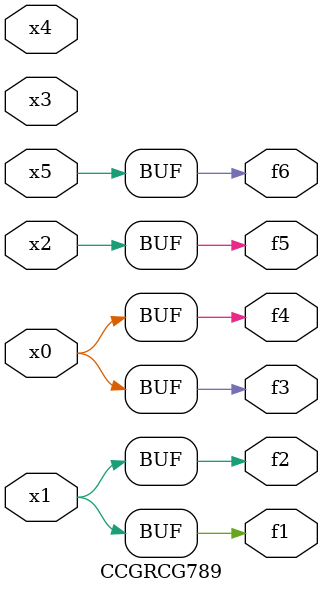
<source format=v>
module CCGRCG789(
	input x0, x1, x2, x3, x4, x5,
	output f1, f2, f3, f4, f5, f6
);
	assign f1 = x1;
	assign f2 = x1;
	assign f3 = x0;
	assign f4 = x0;
	assign f5 = x2;
	assign f6 = x5;
endmodule

</source>
